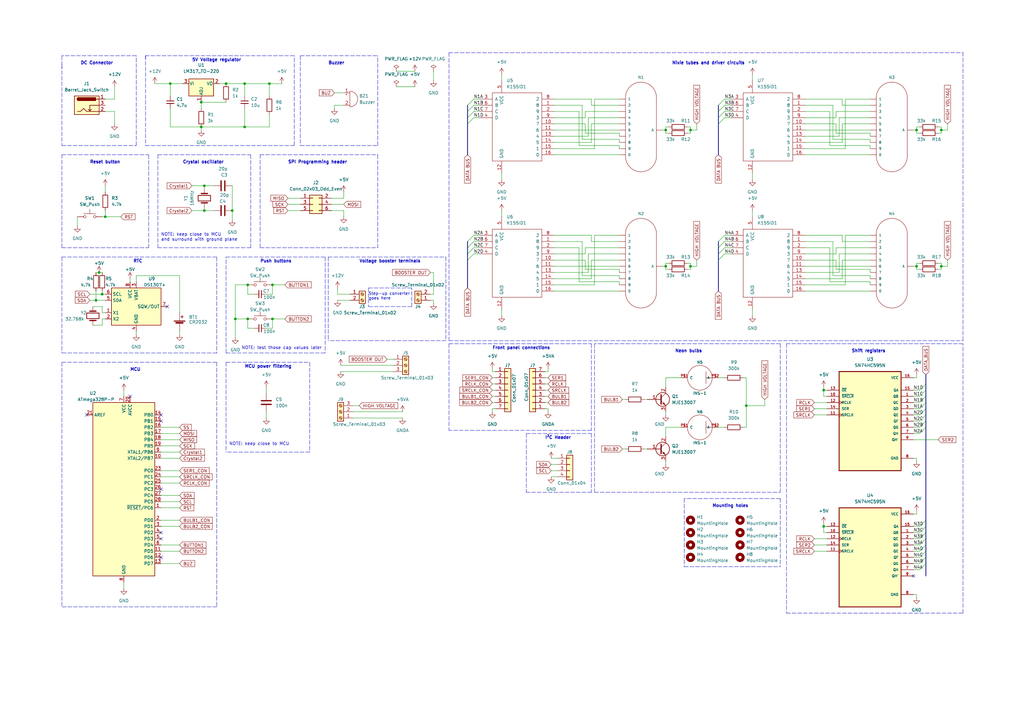
<source format=kicad_sch>
(kicad_sch (version 20211123) (generator eeschema)
  (paper "A3")
  (title_block (title "Nixie Clock") (company "KNE AGH, Kacper Filipek"))
  (junction (at 110.49 34.29))
  (junction (at 375.92 109.22))
  (junction (at 337.82 215.9))
  (junction (at 337.82 160.02))
  (junction (at 82.55 52.07))
  (junction (at 92.71 34.29))
  (junction (at 101.6 130.81))
  (junction (at 69.85 34.29))
  (junction (at 306.07 166.37))
  (junction (at 96.52 130.81))
  (junction (at 82.55 41.91))
  (junction (at 43.18 88.9))
  (junction (at 375.92 53.34))
  (junction (at 101.6 116.84))
  (junction (at 40.64 111.76))
  (junction (at 386.08 53.34))
  (junction (at 39.37 123.19))
  (junction (at 273.05 53.34))
  (junction (at 95.25 86.36))
  (junction (at 100.33 52.07))
  (junction (at 283.21 109.22))
  (junction (at 100.33 34.29))
  (junction (at 83.82 76.2))
  (junction (at 111.76 130.81))
  (junction (at 283.21 53.34))
  (junction (at 386.08 109.22))
  (junction (at 41.91 120.65))
  (junction (at 111.76 116.84))
  (junction (at 83.82 86.36))
  (junction (at 273.05 109.22))
  (no_connect (at 53.34 162.56))
  (no_connect (at 66.04 220.98))
  (no_connect (at 35.56 170.18))
  (no_connect (at 66.04 218.44))
  (no_connect (at 66.04 170.18))
  (no_connect (at 66.04 172.72))
  (no_connect (at 66.04 200.66))
  (no_connect (at 374.65 236.22))
  (no_connect (at 68.58 125.73))
  (no_connect (at 66.04 228.6))
  (bus_entry (at 297.18 101.6) (size -2.54 2.54))
  (bus_entry (at 377.19 233.68) (size 2.54 -2.54))
  (bus_entry (at 377.19 177.8) (size 2.54 -2.54))
  (bus_entry (at 297.18 43.18) (size -2.54 2.54))
  (bus_entry (at 194.31 96.52) (size -2.54 2.54))
  (bus_entry (at 377.19 160.02) (size 2.54 -2.54))
  (bus_entry (at 194.31 99.06) (size -2.54 2.54))
  (bus_entry (at 297.18 45.72) (size -2.54 2.54))
  (bus_entry (at 377.19 223.52) (size 2.54 -2.54))
  (bus_entry (at 377.19 167.64) (size 2.54 -2.54))
  (bus_entry (at 194.31 43.18) (size -2.54 2.54))
  (bus_entry (at 297.18 96.52) (size -2.54 2.54))
  (bus_entry (at 194.31 45.72) (size -2.54 2.54))
  (bus_entry (at 377.19 215.9) (size 2.54 -2.54))
  (bus_entry (at 377.19 175.26) (size 2.54 -2.54))
  (bus_entry (at 297.18 99.06) (size -2.54 2.54))
  (bus_entry (at 377.19 228.6) (size 2.54 -2.54))
  (bus_entry (at 194.31 48.26) (size -2.54 2.54))
  (bus_entry (at 297.18 104.14) (size -2.54 2.54))
  (bus_entry (at 377.19 218.44) (size 2.54 -2.54))
  (bus_entry (at 377.19 170.18) (size 2.54 -2.54))
  (bus_entry (at 377.19 220.98) (size 2.54 -2.54))
  (bus_entry (at 194.31 104.14) (size -2.54 2.54))
  (bus_entry (at 377.19 231.14) (size 2.54 -2.54))
  (bus_entry (at 377.19 172.72) (size 2.54 -2.54))
  (bus_entry (at 297.18 48.26) (size -2.54 2.54))
  (bus_entry (at 377.19 226.06) (size 2.54 -2.54))
  (bus_entry (at 297.18 40.64) (size -2.54 2.54))
  (bus_entry (at 194.31 40.64) (size -2.54 2.54))
  (bus_entry (at 377.19 165.1) (size 2.54 -2.54))
  (bus_entry (at 377.19 162.56) (size 2.54 -2.54))
  (bus_entry (at 194.31 101.6) (size -2.54 2.54))
  (wire (pts (xy 144.78 166.37) (xy 147.32 166.37)))
  (wire (pts (xy 66.04 223.52) (xy 73.66 223.52)))
  (wire (pts (xy 375.92 109.22) (xy 375.92 107.95)))
  (wire (pts (xy 356.87 59.69) (xy 356.87 60.96)))
  (wire (pts (xy 255.27 163.83) (xy 256.54 163.83)))
  (wire (pts (xy 205.74 71.12) (xy 205.74 73.66)))
  (bus (pts (xy 379.73 220.98) (xy 379.73 223.52)))
  (wire (pts (xy 330.2 119.38) (xy 356.87 119.38)))
  (wire (pts (xy 227.33 119.38) (xy 254 119.38)))
  (wire (pts (xy 223.52 157.48) (xy 224.79 157.48)))
  (wire (pts (xy 238.76 43.18) (xy 238.76 57.15)))
  (bus (pts (xy 379.73 226.06) (xy 379.73 228.6)))
  (wire (pts (xy 223.52 167.64) (xy 224.79 167.64)))
  (wire (pts (xy 374.65 170.18) (xy 377.19 170.18)))
  (wire (pts (xy 375.92 54.61) (xy 375.92 53.34)))
  (wire (pts (xy 41.91 120.65) (xy 43.18 120.65)))
  (polyline (pts (xy 184.15 139.7) (xy 394.97 139.7)))
  (wire (pts (xy 55.88 135.89) (xy 55.88 137.16)))
  (wire (pts (xy 374.65 243.84) (xy 375.92 243.84)))
  (wire (pts (xy 66.04 177.8) (xy 73.66 177.8)))
  (wire (pts (xy 111.76 116.84) (xy 116.84 116.84)))
  (wire (pts (xy 374.65 177.8) (xy 377.19 177.8)))
  (wire (pts (xy 66.04 195.58) (xy 73.66 195.58)))
  (wire (pts (xy 223.52 160.02) (xy 224.79 160.02)))
  (wire (pts (xy 96.52 138.43) (xy 96.52 130.81)))
  (wire (pts (xy 337.82 218.44) (xy 337.82 215.9)))
  (wire (pts (xy 313.69 163.83) (xy 313.69 166.37)))
  (wire (pts (xy 63.5 34.29) (xy 69.85 34.29)))
  (wire (pts (xy 227.33 43.18) (xy 238.76 43.18)))
  (wire (pts (xy 237.49 45.72) (xy 237.49 59.69)))
  (polyline (pts (xy 184.15 140.97) (xy 184.15 176.53)))
  (wire (pts (xy 341.63 99.06) (xy 341.63 113.03)))
  (wire (pts (xy 227.33 55.88) (xy 241.3 55.88)))
  (wire (pts (xy 46.99 35.56) (xy 46.99 40.64)))
  (wire (pts (xy 240.03 54.61) (xy 254 54.61)))
  (wire (pts (xy 95.25 76.2) (xy 95.25 86.36)))
  (wire (pts (xy 205.74 30.48) (xy 205.74 33.02)))
  (wire (pts (xy 330.2 55.88) (xy 344.17 55.88)))
  (wire (pts (xy 194.31 48.26) (xy 196.85 48.26)))
  (polyline (pts (xy 92.71 148.59) (xy 127 148.59)))
  (wire (pts (xy 283.21 109.22) (xy 283.21 110.49)))
  (wire (pts (xy 43.18 76.2) (xy 43.18 78.74)))
  (wire (pts (xy 374.65 226.06) (xy 377.19 226.06)))
  (wire (pts (xy 111.76 130.81) (xy 116.84 130.81)))
  (wire (pts (xy 31.75 88.9) (xy 31.75 92.71)))
  (wire (pts (xy 334.01 170.18) (xy 339.09 170.18)))
  (wire (pts (xy 194.31 101.6) (xy 196.85 101.6)))
  (wire (pts (xy 66.04 226.06) (xy 73.66 226.06)))
  (polyline (pts (xy 106.68 101.6) (xy 106.68 63.5)))
  (wire (pts (xy 242.57 58.42) (xy 242.57 50.8)))
  (polyline (pts (xy 102.87 63.5) (xy 102.87 101.6)))
  (bus (pts (xy 379.73 172.72) (xy 379.73 175.26)))
  (polyline (pts (xy 106.68 63.5) (xy 154.94 63.5)))
  (wire (pts (xy 306.07 166.37) (xy 313.69 166.37)))
  (wire (pts (xy 46.99 40.64) (xy 43.18 40.64)))
  (wire (pts (xy 78.74 86.36) (xy 83.82 86.36)))
  (wire (pts (xy 69.85 52.07) (xy 82.55 52.07)))
  (wire (pts (xy 227.33 101.6) (xy 237.49 101.6)))
  (wire (pts (xy 337.82 215.9) (xy 337.82 214.63)))
  (bus (pts (xy 379.73 153.67) (xy 379.73 157.48)))
  (wire (pts (xy 78.74 76.2) (xy 83.82 76.2)))
  (wire (pts (xy 273.05 53.34) (xy 273.05 52.07)))
  (wire (pts (xy 176.53 120.65) (xy 177.8 120.65)))
  (bus (pts (xy 379.73 160.02) (xy 379.73 162.56)))
  (bus (pts (xy 379.73 228.6) (xy 379.73 231.14)))
  (polyline (pts (xy 25.4 105.41) (xy 25.4 144.78)))
  (polyline (pts (xy 127 185.42) (xy 92.71 185.42)))
  (wire (pts (xy 330.2 99.06) (xy 341.63 99.06)))
  (wire (pts (xy 285.75 106.68) (xy 285.75 109.22)))
  (wire (pts (xy 41.91 125.73) (xy 41.91 128.27)))
  (polyline (pts (xy 88.9 248.92) (xy 25.4 248.92)))
  (wire (pts (xy 377.19 54.61) (xy 375.92 54.61)))
  (wire (pts (xy 334.01 165.1) (xy 339.09 165.1)))
  (wire (pts (xy 177.8 29.21) (xy 177.8 33.02)))
  (wire (pts (xy 274.32 107.95) (xy 273.05 107.95)))
  (wire (pts (xy 271.78 53.34) (xy 273.05 53.34)))
  (wire (pts (xy 194.31 99.06) (xy 196.85 99.06)))
  (wire (pts (xy 374.65 187.96) (xy 375.92 187.96)))
  (polyline (pts (xy 280.67 204.47) (xy 280.67 232.41)))
  (polyline (pts (xy 123.19 59.69) (xy 154.94 59.69)))
  (wire (pts (xy 144.78 171.45) (xy 165.1 171.45)))
  (wire (pts (xy 374.65 154.94) (xy 375.92 154.94)))
  (polyline (pts (xy 123.19 22.86) (xy 123.19 59.69)))
  (wire (pts (xy 66.04 205.74) (xy 73.66 205.74)))
  (polyline (pts (xy 394.97 139.7) (xy 394.97 21.59)))
  (wire (pts (xy 243.84 96.52) (xy 254 96.52)))
  (polyline (pts (xy 243.84 201.93) (xy 320.04 201.93)))
  (wire (pts (xy 226.06 187.96) (xy 228.6 187.96)))
  (wire (pts (xy 342.9 104.14) (xy 342.9 101.6)))
  (wire (pts (xy 273.05 154.94) (xy 273.05 158.75)))
  (polyline (pts (xy 242.57 176.53) (xy 184.15 176.53)))
  (wire (pts (xy 345.44 50.8) (xy 356.87 50.8)))
  (wire (pts (xy 375.92 154.94) (xy 375.92 153.67)))
  (wire (pts (xy 297.18 99.06) (xy 299.72 99.06)))
  (wire (pts (xy 330.2 50.8) (xy 342.9 50.8)))
  (wire (pts (xy 330.2 116.84) (xy 346.71 116.84)))
  (polyline (pts (xy 134.62 105.41) (xy 134.62 139.7)))
  (bus (pts (xy 294.64 106.68) (xy 294.64 119.38)))
  (wire (pts (xy 306.07 175.26) (xy 304.8 175.26)))
  (wire (pts (xy 241.3 111.76) (xy 241.3 104.14)))
  (bus (pts (xy 191.77 106.68) (xy 191.77 118.11)))
  (wire (pts (xy 241.3 55.88) (xy 241.3 48.26)))
  (wire (pts (xy 55.88 113.03) (xy 55.88 115.57)))
  (wire (pts (xy 109.22 120.65) (xy 111.76 120.65)))
  (wire (pts (xy 82.55 41.91) (xy 82.55 44.45)))
  (wire (pts (xy 342.9 45.72) (xy 356.87 45.72)))
  (wire (pts (xy 283.21 53.34) (xy 283.21 54.61)))
  (wire (pts (xy 205.74 86.36) (xy 205.74 88.9)))
  (wire (pts (xy 240.03 50.8) (xy 240.03 54.61)))
  (wire (pts (xy 110.49 34.29) (xy 115.57 34.29)))
  (wire (pts (xy 386.08 109.22) (xy 388.62 109.22)))
  (wire (pts (xy 194.31 43.18) (xy 196.85 43.18)))
  (polyline (pts (xy 320.04 204.47) (xy 280.67 204.47)))
  (polyline (pts (xy 133.35 105.41) (xy 133.35 144.78)))
  (polyline (pts (xy 59.69 59.69) (xy 120.65 59.69)))
  (wire (pts (xy 285.75 50.8) (xy 285.75 53.34)))
  (wire (pts (xy 135.89 86.36) (xy 140.97 86.36)))
  (wire (pts (xy 158.75 147.32) (xy 161.29 147.32)))
  (wire (pts (xy 100.33 34.29) (xy 110.49 34.29)))
  (wire (pts (xy 194.31 40.64) (xy 196.85 40.64)))
  (wire (pts (xy 330.2 60.96) (xy 346.71 60.96)))
  (bus (pts (xy 379.73 231.14) (xy 379.73 236.22)))
  (polyline (pts (xy 182.88 139.7) (xy 134.62 139.7)))
  (polyline (pts (xy 25.4 26.67) (xy 25.4 59.69)))
  (wire (pts (xy 375.92 53.34) (xy 375.92 52.07)))
  (wire (pts (xy 224.79 167.64) (xy 224.79 168.91)))
  (wire (pts (xy 201.93 151.13) (xy 201.93 152.4)))
  (wire (pts (xy 227.33 114.3) (xy 242.57 114.3)))
  (wire (pts (xy 279.4 154.94) (xy 273.05 154.94)))
  (wire (pts (xy 137.16 38.1) (xy 140.97 38.1)))
  (wire (pts (xy 340.36 115.57) (xy 356.87 115.57)))
  (wire (pts (xy 297.18 45.72) (xy 299.72 45.72)))
  (wire (pts (xy 254 115.57) (xy 254 116.84)))
  (wire (pts (xy 254 54.61) (xy 254 55.88)))
  (polyline (pts (xy 394.97 251.46) (xy 394.97 140.97)))
  (wire (pts (xy 306.07 154.94) (xy 306.07 166.37)))
  (wire (pts (xy 110.49 46.99) (xy 110.49 52.07)))
  (wire (pts (xy 66.04 175.26) (xy 73.66 175.26)))
  (wire (pts (xy 297.18 101.6) (xy 299.72 101.6)))
  (bus (pts (xy 379.73 223.52) (xy 379.73 226.06)))
  (polyline (pts (xy 320.04 140.97) (xy 243.84 140.97)))
  (wire (pts (xy 388.62 106.68) (xy 388.62 109.22)))
  (wire (pts (xy 100.33 39.37) (xy 100.33 34.29)))
  (wire (pts (xy 386.08 107.95) (xy 386.08 109.22)))
  (wire (pts (xy 374.65 160.02) (xy 377.19 160.02)))
  (wire (pts (xy 73.66 135.89) (xy 73.66 137.16)))
  (wire (pts (xy 241.3 48.26) (xy 254 48.26)))
  (wire (pts (xy 330.2 111.76) (xy 344.17 111.76)))
  (wire (pts (xy 66.04 198.12) (xy 73.66 198.12)))
  (wire (pts (xy 274.32 54.61) (xy 273.05 54.61)))
  (wire (pts (xy 255.27 184.15) (xy 256.54 184.15)))
  (wire (pts (xy 304.8 154.94) (xy 306.07 154.94)))
  (wire (pts (xy 297.18 43.18) (xy 299.72 43.18)))
  (wire (pts (xy 345.44 96.52) (xy 345.44 99.06)))
  (bus (pts (xy 379.73 215.9) (xy 379.73 218.44)))
  (wire (pts (xy 330.2 114.3) (xy 345.44 114.3)))
  (wire (pts (xy 138.43 120.65) (xy 143.51 120.65)))
  (wire (pts (xy 39.37 119.38) (xy 39.37 123.19)))
  (bus (pts (xy 191.77 50.8) (xy 191.77 63.5)))
  (wire (pts (xy 337.82 160.02) (xy 339.09 160.02)))
  (wire (pts (xy 374.65 172.72) (xy 377.19 172.72)))
  (wire (pts (xy 330.2 101.6) (xy 340.36 101.6)))
  (wire (pts (xy 66.04 193.04) (xy 73.66 193.04)))
  (bus (pts (xy 294.64 50.8) (xy 294.64 63.5)))
  (wire (pts (xy 279.4 175.26) (xy 273.05 175.26)))
  (wire (pts (xy 384.81 54.61) (xy 386.08 54.61)))
  (wire (pts (xy 242.57 96.52) (xy 242.57 99.06)))
  (polyline (pts (xy 215.9 177.8) (xy 215.9 201.93)))
  (wire (pts (xy 101.6 120.65) (xy 101.6 116.84)))
  (wire (pts (xy 100.33 44.45) (xy 100.33 52.07)))
  (wire (pts (xy 162.56 35.56) (xy 170.18 35.56)))
  (wire (pts (xy 242.57 43.18) (xy 254 43.18)))
  (wire (pts (xy 345.44 99.06) (xy 356.87 99.06)))
  (wire (pts (xy 69.85 34.29) (xy 74.93 34.29)))
  (wire (pts (xy 201.93 157.48) (xy 203.2 157.48)))
  (wire (pts (xy 374.65 220.98) (xy 377.19 220.98)))
  (wire (pts (xy 345.44 58.42) (xy 345.44 50.8)))
  (polyline (pts (xy 320.04 140.97) (xy 320.04 201.93)))
  (bus (pts (xy 191.77 99.06) (xy 191.77 101.6)))
  (bus (pts (xy 379.73 170.18) (xy 379.73 172.72)))
  (wire (pts (xy 237.49 115.57) (xy 254 115.57)))
  (wire (pts (xy 330.2 104.14) (xy 342.9 104.14)))
  (wire (pts (xy 346.71 40.64) (xy 356.87 40.64)))
  (wire (pts (xy 38.1 125.73) (xy 41.91 125.73)))
  (polyline (pts (xy 151.13 125.73) (xy 168.91 125.73)))
  (wire (pts (xy 227.33 53.34) (xy 254 53.34)))
  (polyline (pts (xy 25.4 101.6) (xy 25.4 63.5)))
  (wire (pts (xy 238.76 57.15) (xy 254 57.15)))
  (wire (pts (xy 96.52 130.81) (xy 101.6 130.81)))
  (polyline (pts (xy 184.15 21.59) (xy 184.15 139.7)))
  (wire (pts (xy 66.04 180.34) (xy 73.66 180.34)))
  (bus (pts (xy 379.73 213.36) (xy 379.73 215.9)))
  (bus (pts (xy 379.73 167.64) (xy 379.73 170.18)))
  (wire (pts (xy 308.61 86.36) (xy 308.61 88.9)))
  (wire (pts (xy 237.49 101.6) (xy 237.49 115.57)))
  (polyline (pts (xy 59.69 22.86) (xy 59.69 59.69)))
  (wire (pts (xy 194.31 45.72) (xy 196.85 45.72)))
  (wire (pts (xy 297.18 96.52) (xy 299.72 96.52)))
  (wire (pts (xy 139.7 152.4) (xy 161.29 152.4)))
  (wire (pts (xy 223.52 152.4) (xy 224.79 152.4)))
  (wire (pts (xy 43.18 86.36) (xy 43.18 88.9)))
  (bus (pts (xy 294.64 43.18) (xy 294.64 45.72)))
  (wire (pts (xy 66.04 185.42) (xy 73.66 185.42)))
  (wire (pts (xy 374.65 215.9) (xy 377.19 215.9)))
  (wire (pts (xy 340.36 45.72) (xy 340.36 59.69)))
  (wire (pts (xy 273.05 107.95) (xy 273.05 109.22)))
  (wire (pts (xy 386.08 109.22) (xy 386.08 110.49)))
  (polyline (pts (xy 92.71 144.78) (xy 133.35 144.78)))
  (wire (pts (xy 224.79 152.4) (xy 224.79 151.13)))
  (wire (pts (xy 308.61 127) (xy 308.61 129.54)))
  (polyline (pts (xy 92.71 144.78) (xy 92.71 105.41)))
  (wire (pts (xy 177.8 123.19) (xy 177.8 124.46)))
  (wire (pts (xy 334.01 223.52) (xy 339.09 223.52)))
  (wire (pts (xy 294.64 154.94) (xy 297.18 154.94)))
  (wire (pts (xy 374.65 210.82) (xy 375.92 210.82)))
  (wire (pts (xy 104.14 134.62) (xy 101.6 134.62)))
  (wire (pts (xy 377.19 110.49) (xy 375.92 110.49)))
  (wire (pts (xy 118.11 83.82) (xy 123.19 83.82)))
  (wire (pts (xy 111.76 134.62) (xy 111.76 130.81)))
  (wire (pts (xy 243.84 116.84) (xy 243.84 96.52)))
  (wire (pts (xy 340.36 59.69) (xy 356.87 59.69)))
  (wire (pts (xy 66.04 187.96) (xy 73.66 187.96)))
  (polyline (pts (xy 102.87 101.6) (xy 64.77 101.6)))
  (wire (pts (xy 201.93 152.4) (xy 203.2 152.4)))
  (wire (pts (xy 223.52 165.1) (xy 224.79 165.1)))
  (bus (pts (xy 294.64 48.26) (xy 294.64 50.8)))
  (wire (pts (xy 227.33 116.84) (xy 243.84 116.84)))
  (wire (pts (xy 227.33 96.52) (xy 242.57 96.52)))
  (wire (pts (xy 334.01 226.06) (xy 339.09 226.06)))
  (wire (pts (xy 90.17 34.29) (xy 92.71 34.29)))
  (wire (pts (xy 238.76 113.03) (xy 254 113.03)))
  (wire (pts (xy 264.16 184.15) (xy 265.43 184.15)))
  (wire (pts (xy 254 57.15) (xy 254 58.42)))
  (wire (pts (xy 283.21 110.49) (xy 281.94 110.49)))
  (wire (pts (xy 356.87 115.57) (xy 356.87 116.84)))
  (polyline (pts (xy 25.4 59.69) (xy 55.88 59.69)))
  (wire (pts (xy 41.91 133.35) (xy 41.91 130.81)))
  (wire (pts (xy 273.05 54.61) (xy 273.05 53.34)))
  (wire (pts (xy 375.92 243.84) (xy 375.92 245.11)))
  (wire (pts (xy 238.76 99.06) (xy 238.76 113.03)))
  (polyline (pts (xy 25.4 105.41) (xy 88.9 105.41)))
  (polyline (pts (xy 25.4 22.86) (xy 25.4 27.94)))
  (wire (pts (xy 82.55 52.07) (xy 82.55 53.34)))
  (bus (pts (xy 379.73 218.44) (xy 379.73 220.98)))
  (polyline (pts (xy 25.4 101.6) (xy 60.96 101.6)))
  (wire (pts (xy 50.8 238.76) (xy 50.8 241.3)))
  (wire (pts (xy 227.33 63.5) (xy 254 63.5)))
  (wire (pts (xy 36.83 120.65) (xy 41.91 120.65)))
  (wire (pts (xy 36.83 123.19) (xy 39.37 123.19)))
  (wire (pts (xy 281.94 107.95) (xy 283.21 107.95)))
  (wire (pts (xy 104.14 120.65) (xy 101.6 120.65)))
  (wire (pts (xy 337.82 162.56) (xy 337.82 160.02)))
  (wire (pts (xy 254 113.03) (xy 254 114.3)))
  (wire (pts (xy 201.93 162.56) (xy 203.2 162.56)))
  (wire (pts (xy 240.03 106.68) (xy 240.03 110.49)))
  (polyline (pts (xy 280.67 232.41) (xy 320.04 232.41)))
  (wire (pts (xy 237.49 59.69) (xy 254 59.69)))
  (wire (pts (xy 162.56 29.21) (xy 170.18 29.21)))
  (wire (pts (xy 283.21 107.95) (xy 283.21 109.22)))
  (wire (pts (xy 342.9 110.49) (xy 356.87 110.49)))
  (wire (pts (xy 46.99 45.72) (xy 46.99 50.8)))
  (polyline (pts (xy 88.9 105.41) (xy 88.9 144.78)))
  (wire (pts (xy 83.82 76.2) (xy 83.82 77.47)))
  (bus (pts (xy 191.77 45.72) (xy 191.77 48.26)))
  (wire (pts (xy 240.03 45.72) (xy 254 45.72)))
  (wire (pts (xy 138.43 123.19) (xy 143.51 123.19)))
  (wire (pts (xy 227.33 40.64) (xy 242.57 40.64)))
  (wire (pts (xy 226.06 195.58) (xy 228.6 195.58)))
  (polyline (pts (xy 168.91 125.73) (xy 168.91 118.11)))
  (polyline (pts (xy 127 148.59) (xy 127 185.42)))
  (bus (pts (xy 191.77 48.26) (xy 191.77 50.8)))
  (wire (pts (xy 330.2 43.18) (xy 341.63 43.18)))
  (wire (pts (xy 374.65 231.14) (xy 377.19 231.14)))
  (wire (pts (xy 69.85 39.37) (xy 69.85 34.29)))
  (wire (pts (xy 135.89 81.28) (xy 140.97 81.28)))
  (wire (pts (xy 345.44 40.64) (xy 345.44 43.18)))
  (wire (pts (xy 227.33 109.22) (xy 254 109.22)))
  (bus (pts (xy 294.64 45.72) (xy 294.64 48.26)))
  (wire (pts (xy 375.92 187.96) (xy 375.92 189.23)))
  (wire (pts (xy 66.04 208.28) (xy 73.66 208.28)))
  (wire (pts (xy 118.11 86.36) (xy 123.19 86.36)))
  (wire (pts (xy 375.92 52.07) (xy 377.19 52.07)))
  (wire (pts (xy 227.33 48.26) (xy 240.03 48.26)))
  (wire (pts (xy 356.87 54.61) (xy 356.87 55.88)))
  (wire (pts (xy 227.33 58.42) (xy 242.57 58.42)))
  (wire (pts (xy 330.2 63.5) (xy 356.87 63.5)))
  (polyline (pts (xy 64.77 63.5) (xy 64.77 101.6)))
  (polyline (pts (xy 184.15 21.59) (xy 394.97 21.59)))
  (wire (pts (xy 110.49 34.29) (xy 110.49 39.37)))
  (wire (pts (xy 342.9 54.61) (xy 356.87 54.61)))
  (wire (pts (xy 110.49 52.07) (xy 100.33 52.07)))
  (wire (pts (xy 374.65 218.44) (xy 377.19 218.44)))
  (polyline (pts (xy 354.33 251.46) (xy 394.97 251.46)))
  (wire (pts (xy 374.65 167.64) (xy 377.19 167.64)))
  (wire (pts (xy 386.08 52.07) (xy 384.81 52.07)))
  (wire (pts (xy 294.64 175.26) (xy 297.18 175.26)))
  (polyline (pts (xy 322.58 140.97) (xy 322.58 251.46)))
  (wire (pts (xy 330.2 40.64) (xy 345.44 40.64)))
  (wire (pts (xy 285.75 53.34) (xy 283.21 53.34)))
  (wire (pts (xy 140.97 81.28) (xy 140.97 78.74)))
  (wire (pts (xy 340.36 101.6) (xy 340.36 115.57)))
  (wire (pts (xy 330.2 53.34) (xy 356.87 53.34)))
  (bus (pts (xy 294.64 101.6) (xy 294.64 104.14)))
  (wire (pts (xy 334.01 220.98) (xy 339.09 220.98)))
  (wire (pts (xy 273.05 168.91) (xy 273.05 170.18)))
  (wire (pts (xy 375.92 110.49) (xy 375.92 109.22)))
  (wire (pts (xy 271.78 109.22) (xy 273.05 109.22)))
  (wire (pts (xy 345.44 43.18) (xy 356.87 43.18)))
  (wire (pts (xy 194.31 96.52) (xy 196.85 96.52)))
  (wire (pts (xy 227.33 99.06) (xy 238.76 99.06)))
  (wire (pts (xy 140.97 86.36) (xy 140.97 88.9)))
  (wire (pts (xy 205.74 127) (xy 205.74 129.54)))
  (wire (pts (xy 194.31 104.14) (xy 196.85 104.14)))
  (wire (pts (xy 273.05 175.26) (xy 273.05 179.07)))
  (wire (pts (xy 227.33 50.8) (xy 240.03 50.8)))
  (polyline (pts (xy 134.62 105.41) (xy 182.88 105.41)))
  (wire (pts (xy 283.21 109.22) (xy 285.75 109.22)))
  (wire (pts (xy 330.2 45.72) (xy 340.36 45.72)))
  (wire (pts (xy 243.84 60.96) (xy 243.84 40.64)))
  (wire (pts (xy 41.91 88.9) (xy 43.18 88.9)))
  (bus (pts (xy 191.77 101.6) (xy 191.77 104.14)))
  (wire (pts (xy 138.43 118.11) (xy 138.43 120.65)))
  (polyline (pts (xy 242.57 177.8) (xy 242.57 201.93)))
  (wire (pts (xy 374.65 165.1) (xy 377.19 165.1)))
  (wire (pts (xy 330.2 106.68) (xy 342.9 106.68)))
  (polyline (pts (xy 184.15 140.97) (xy 242.57 140.97)))
  (wire (pts (xy 334.01 167.64) (xy 339.09 167.64)))
  (wire (pts (xy 374.65 109.22) (xy 375.92 109.22)))
  (wire (pts (xy 177.8 120.65) (xy 177.8 111.76)))
  (wire (pts (xy 242.57 40.64) (xy 242.57 43.18)))
  (wire (pts (xy 339.09 218.44) (xy 337.82 218.44)))
  (wire (pts (xy 66.04 213.36) (xy 73.66 213.36)))
  (wire (pts (xy 386.08 53.34) (xy 388.62 53.34)))
  (wire (pts (xy 201.93 168.91) (xy 201.93 167.64)))
  (wire (pts (xy 227.33 45.72) (xy 237.49 45.72)))
  (wire (pts (xy 140.97 43.18) (xy 137.16 43.18)))
  (polyline (pts (xy 25.4 148.59) (xy 88.9 148.59)))
  (wire (pts (xy 43.18 88.9) (xy 49.53 88.9)))
  (wire (pts (xy 41.91 119.38) (xy 41.91 120.65)))
  (wire (pts (xy 388.62 50.8) (xy 388.62 53.34)))
  (polyline (pts (xy 25.4 148.59) (xy 25.4 248.92)))
  (polyline (pts (xy 123.19 22.86) (xy 154.94 22.86)))
  (wire (pts (xy 342.9 50.8) (xy 342.9 54.61)))
  (polyline (pts (xy 242.57 140.97) (xy 242.57 176.53)))
  (wire (pts (xy 109.22 134.62) (xy 111.76 134.62)))
  (wire (pts (xy 283.21 54.61) (xy 281.94 54.61)))
  (wire (pts (xy 100.33 52.07) (xy 82.55 52.07)))
  (bus (pts (xy 191.77 43.18) (xy 191.77 45.72)))
  (polyline (pts (xy 120.65 22.86) (xy 59.69 22.86)))
  (polyline (pts (xy 320.04 204.47) (xy 320.04 232.41)))
  (polyline (pts (xy 151.13 118.11) (xy 151.13 125.73)))
  (wire (pts (xy 384.81 110.49) (xy 386.08 110.49)))
  (wire (pts (xy 344.17 55.88) (xy 344.17 48.26)))
  (wire (pts (xy 330.2 48.26) (xy 342.9 48.26)))
  (wire (pts (xy 176.53 111.76) (xy 177.8 111.76)))
  (wire (pts (xy 38.1 133.35) (xy 41.91 133.35)))
  (wire (pts (xy 109.22 168.91) (xy 109.22 171.45)))
  (bus (pts (xy 379.73 157.48) (xy 379.73 160.02)))
  (wire (pts (xy 242.57 99.06) (xy 254 99.06)))
  (wire (pts (xy 346.71 96.52) (xy 356.87 96.52)))
  (wire (pts (xy 240.03 101.6) (xy 254 101.6)))
  (polyline (pts (xy 243.84 140.97) (xy 243.84 201.93)))
  (polyline (pts (xy 25.4 63.5) (xy 60.96 63.5)))
  (wire (pts (xy 87.63 76.2) (xy 83.82 76.2)))
  (wire (pts (xy 201.93 167.64) (xy 203.2 167.64)))
  (wire (pts (xy 297.18 104.14) (xy 299.72 104.14)))
  (polyline (pts (xy 92.71 105.41) (xy 133.35 105.41)))
  (wire (pts (xy 375.92 210.82) (xy 375.92 209.55)))
  (wire (pts (xy 227.33 60.96) (xy 243.84 60.96)))
  (wire (pts (xy 223.52 162.56) (xy 224.79 162.56)))
  (wire (pts (xy 308.61 71.12) (xy 308.61 73.66)))
  (wire (pts (xy 264.16 163.83) (xy 265.43 163.83)))
  (wire (pts (xy 281.94 52.07) (xy 283.21 52.07)))
  (wire (pts (xy 273.05 109.22) (xy 273.05 110.49)))
  (wire (pts (xy 356.87 57.15) (xy 356.87 58.42)))
  (bus (pts (xy 379.73 162.56) (xy 379.73 165.1)))
  (wire (pts (xy 337.82 160.02) (xy 337.82 158.75)))
  (wire (pts (xy 374.65 175.26) (xy 377.19 175.26)))
  (wire (pts (xy 344.17 48.26) (xy 356.87 48.26)))
  (wire (pts (xy 41.91 128.27) (xy 43.18 128.27)))
  (polyline (pts (xy 120.65 59.69) (xy 120.65 22.86)))
  (wire (pts (xy 39.37 123.19) (xy 43.18 123.19)))
  (bus (pts (xy 294.64 104.14) (xy 294.64 106.68)))
  (wire (pts (xy 96.52 116.84) (xy 101.6 116.84)))
  (wire (pts (xy 341.63 113.03) (xy 356.87 113.03)))
  (wire (pts (xy 139.7 149.86) (xy 161.29 149.86)))
  (wire (pts (xy 242.57 106.68) (xy 254 106.68)))
  (polyline (pts (xy 88.9 148.59) (xy 88.9 248.92)))
  (wire (pts (xy 226.06 190.5) (xy 228.6 190.5)))
  (wire (pts (xy 240.03 110.49) (xy 254 110.49)))
  (wire (pts (xy 201.93 154.94) (xy 203.2 154.94)))
  (wire (pts (xy 240.03 48.26) (xy 240.03 45.72)))
  (wire (pts (xy 100.33 34.29) (xy 92.71 34.29)))
  (wire (pts (xy 144.78 168.91) (xy 165.1 168.91)))
  (wire (pts (xy 243.84 40.64) (xy 254 40.64)))
  (wire (pts (xy 69.85 44.45) (xy 69.85 52.07)))
  (wire (pts (xy 342.9 48.26) (xy 342.9 45.72)))
  (wire (pts (xy 135.89 83.82) (xy 140.97 83.82)))
  (wire (pts (xy 308.61 30.48) (xy 308.61 33.02)))
  (wire (pts (xy 66.04 215.9) (xy 73.66 215.9)))
  (polyline (pts (xy 59.69 22.86) (xy 59.69 24.13)))
  (wire (pts (xy 345.44 114.3) (xy 345.44 106.68)))
  (polyline (pts (xy 106.68 101.6) (xy 154.94 101.6)))
  (wire (pts (xy 83.82 86.36) (xy 87.63 86.36)))
  (wire (pts (xy 384.81 107.95) (xy 386.08 107.95)))
  (wire (pts (xy 306.07 166.37) (xy 306.07 175.26)))
  (wire (pts (xy 227.33 104.14) (xy 240.03 104.14)))
  (wire (pts (xy 273.05 52.07) (xy 274.32 52.07)))
  (wire (pts (xy 356.87 110.49) (xy 356.87 111.76)))
  (wire (pts (xy 39.37 111.76) (xy 40.64 111.76)))
  (wire (pts (xy 374.65 180.34) (xy 384.81 180.34)))
  (bus (pts (xy 191.77 104.14) (xy 191.77 106.68)))
  (polyline (pts (xy 55.88 59.69) (xy 55.88 22.86)))
  (wire (pts (xy 374.65 53.34) (xy 375.92 53.34)))
  (wire (pts (xy 226.06 193.04) (xy 228.6 193.04)))
  (wire (pts (xy 227.33 111.76) (xy 241.3 111.76)))
  (polyline (pts (xy 394.97 140.97) (xy 322.58 140.97)))
  (wire (pts (xy 342.9 101.6) (xy 356.87 101.6)))
  (wire (pts (xy 344.17 111.76) (xy 344.17 104.14)))
  (wire (pts (xy 330.2 109.22) (xy 356.87 109.22)))
  (wire (pts (xy 386.08 54.61) (xy 386.08 53.34)))
  (wire (pts (xy 273.05 189.23) (xy 273.05 190.5)))
  (wire (pts (xy 66.04 203.2) (xy 73.66 203.2)))
  (wire (pts (xy 240.03 104.14) (xy 240.03 101.6)))
  (polyline (pts (xy 55.88 22.86) (xy 25.4 22.86)))
  (wire (pts (xy 374.65 233.68) (xy 377.19 233.68)))
  (wire (pts (xy 374.65 162.56) (xy 377.19 162.56)))
  (wire (pts (xy 374.65 228.6) (xy 377.19 228.6)))
  (wire (pts (xy 337.82 215.9) (xy 339.09 215.9)))
  (wire (pts (xy 241.3 104.14) (xy 254 104.14)))
  (wire (pts (xy 83.82 86.36) (xy 83.82 85.09)))
  (polyline (pts (xy 88.9 144.78) (xy 25.4 144.78)))
  (polyline (pts (xy 154.94 59.69) (xy 154.94 22.86)))
  (wire (pts (xy 227.33 106.68) (xy 240.03 106.68)))
  (wire (pts (xy 356.87 113.03) (xy 356.87 114.3)))
  (wire (pts (xy 73.66 113.03) (xy 55.88 113.03)))
  (wire (pts (xy 273.05 110.49) (xy 274.32 110.49)))
  (polyline (pts (xy 154.94 63.5) (xy 154.94 101.6)))
  (wire (pts (xy 374.65 223.52) (xy 377.19 223.52)))
  (wire (pts (xy 96.52 130.81) (xy 96.52 116.84)))
  (wire (pts (xy 223.52 154.94) (xy 224.79 154.94)))
  (wire (pts (xy 201.93 165.1) (xy 203.2 165.1)))
  (polyline (pts (xy 215.9 177.8) (xy 242.57 177.8)))
  (wire (pts (xy 242.57 50.8) (xy 254 50.8)))
  (wire (pts (xy 346.71 116.84) (xy 346.71 96.52)))
  (polyline (pts (xy 322.58 251.46) (xy 354.33 251.46)))
  (wire (pts (xy 101.6 134.62) (xy 101.6 130.81)))
  (bus (pts (xy 379.73 175.26) (xy 379.73 213.36)))
  (polyline (pts (xy 151.13 118.11) (xy 168.91 118.11)))
  (polyline (pts (xy 60.96 63.5) (xy 60.96 101.6)))
  (wire (pts (xy 66.04 231.14) (xy 73.66 231.14)))
  (wire (pts (xy 341.63 57.15) (xy 356.87 57.15)))
  (polyline (pts (xy 182.88 105.41) (xy 182.88 139.7)))
  (wire (pts (xy 344.17 104.14) (xy 356.87 104.14)))
  (wire (pts (xy 176.53 123.19) (xy 177.8 123.19)))
  (wire (pts (xy 40.64 111.76) (xy 41.91 111.76)))
  (wire (pts (xy 43.18 45.72) (xy 46.99 45.72)))
  (wire (pts (xy 118.11 81.28) (xy 123.19 81.28)))
  (wire (pts (xy 339.09 162.56) (xy 337.82 162.56)))
  (polyline (pts (xy 92.71 148.59) (xy 92.71 185.42)))
  (wire (pts (xy 297.18 40.64) (xy 299.72 40.64)))
  (wire (pts (xy 53.34 114.3) (xy 53.34 115.57)))
  (wire (pts (xy 66.04 182.88) (xy 73.66 182.88)))
  (wire (pts (xy 111.76 120.65) (xy 111.76 116.84)))
  (wire (pts (xy 386.08 53.34) (xy 386.08 52.07)))
  (bus (pts (xy 379.73 165.1) (xy 379.73 167.64)))
  (wire (pts (xy 73.66 128.27) (xy 73.66 113.03)))
  (polyline (pts (xy 64.77 63.5) (xy 102.87 63.5)))
  (wire (pts (xy 330.2 96.52) (xy 345.44 96.52)))
  (bus (pts (xy 294.64 99.06) (xy 294.64 101.6)))
  (wire (pts (xy 254 110.49) (xy 254 111.76)))
  (wire (pts (xy 283.21 52.07) (xy 283.21 53.34)))
  (wire (pts (xy 342.9 106.68) (xy 342.9 110.49)))
  (wire (pts (xy 41.91 130.81) (xy 43.18 130.81)))
  (wire (pts (xy 346.71 60.96) (xy 346.71 40.64)))
  (wire (pts (xy 341.63 43.18) (xy 341.63 57.15)))
  (wire (pts (xy 345.44 106.68) (xy 356.87 106.68)))
  (wire (pts (xy 95.25 86.36) (xy 95.25 90.17)))
  (polyline (pts (xy 242.57 201.93) (xy 215.9 201.93)))
  (wire (pts (xy 297.18 48.26) (xy 299.72 48.26)))
  (wire (pts (xy 137.16 43.18) (xy 137.16 44.45)))
  (wire (pts (xy 375.92 107.95) (xy 377.19 107.95)))
  (wire (pts (xy 201.93 160.02) (xy 203.2 160.02)))
  (wire (pts (xy 82.55 41.91) (xy 92.71 41.91)))
  (wire (pts (xy 242.57 114.3) (xy 242.57 106.68)))
  (wire (pts (xy 50.8 160.02) (xy 50.8 162.56)))
  (wire (pts (xy 254 59.69) (xy 254 60.96)))
  (wire (pts (xy 330.2 58.42) (xy 345.44 58.42)))
  (wire (pts (xy 109.22 158.75) (xy 109.22 161.29)))
  (text "Step-up converter \ngoes here" (at 151.13 123.19 0) (effects (font (size 1.2 1.2)) (justify left bottom)))
  (text "DC Connector" (at 33.02 26.67 0) (effects (font (size 1.27 1.27) (thickness 0.254) bold) (justify left bottom)))
  (text "Nixie tubes and driver circuits" (at 275.59 26.67 0) (effects (font (size 1.27 1.27) bold) (justify left bottom)))
  (text "I²C Header" (at 223.52 180.34 0) (effects (font (size 1.27 1.27) (thickness 0.254) bold) (justify left bottom)))
  (text "SPI Programming header" (at 118.11 67.31 0) (effects (font (size 1.27 1.27) (thickness 0.254) bold) (justify left bottom)))
  (text "MCU power filtering" (at 100.33 151.13 0) (effects (font (size 1.27 1.27) (thickness 0.254) bold) (justify left bottom)))
  (text "NOTE: keep close to MCU" (at 93.98 182.88 0) (effects (font (size 1.27 1.27)) (justify left bottom)))
  (text "Crystal oscillator" (at 74.93 67.31 0) (effects (font (size 1.27 1.27) bold) (justify left bottom)))
  (text "MCU" (at 53.34 152.4 0) (effects (font (size 1.27 1.27) bold) (justify left bottom)))
  (text "NOTE: test those cap values later" (at 99.06 143.51 0) (effects (font (size 1.27 1.27)) (justify left bottom)))
  (text "5V Voltage regulator" (at 78.74 25.4 0) (effects (font (size 1.27 1.27) (thickness 0.254) bold) (justify left bottom)))
  (text "Buzzer" (at 134.62 26.67 0) (effects (font (size 1.27 1.27) (thickness 0.254) bold) (justify left bottom)))
  (text "Front panel connections" (at 201.93 143.51 0) (effects (font (size 1.27 1.27) bold) (justify left bottom)))
  (text "RTC" (at 54.61 107.95 0) (effects (font (size 1.27 1.27) (thickness 0.254) bold) (justify left bottom)))
  (text "Push buttons" (at 106.68 107.95 0) (effects (font (size 1.27 1.27) (thickness 0.254) bold) (justify left bottom)))
  (text "Voltage booster terminals" (at 147.32 107.95 0) (effects (font (size 1.27 1.27) (thickness 0.254) bold) (justify left bottom)))
  (text "NOTE: keep close to MCU\nand surround with ground plane" (at 66.04 99.06 0) (effects (font (size 1.27 1.27)) (justify left bottom)))
  (text "Neon bulbs" (at 276.86 144.78 0) (effects (font (size 1.27 1.27) (thickness 0.254) bold) (justify left bottom)))
  (text "Shift registers" (at 349.25 144.78 0) (effects (font (size 1.27 1.27) bold) (justify left bottom)))
  (text "Reset button" (at 36.83 67.31 0) (effects (font (size 1.27 1.27) bold) (justify left bottom)))
  (text "Mounting holes" (at 292.1 208.28 0) (effects (font (size 1.27 1.27) (thickness 0.254) bold) (justify left bottom)))
  (label "N3B" (at 374.65 220.98 0))
  (label "N4D" (at 374.65 226.06 0))
  (label "N2A" (at 194.31 96.52 0))
  (label "N1C" (at 194.31 45.72 0))
  (label "N2D" (at 194.31 104.14 0))
  (label "N1A" (at 194.31 40.64 0))
  (label "N4B" (at 374.65 231.14 0))
  (label "N4A" (at 297.18 96.52 0))
  (label "N3A" (at 297.18 40.64 0))
  (label "N1C" (at 374.65 162.56 0))
  (label "N4B" (at 297.18 99.06 0))
  (label "N3D" (at 374.65 215.9 0))
  (label "N3B" (at 297.18 43.18 0))
  (label "N1B" (at 374.65 165.1 0))
  (label "N2B" (at 194.31 99.06 0))
  (label "N1D" (at 194.31 48.26 0))
  (label "N2A" (at 374.65 177.8 0))
  (label "N4C" (at 374.65 228.6 0))
  (label "N2D" (at 374.65 170.18 0))
  (label "N4D" (at 297.18 104.14 0))
  (label "N4C" (at 297.18 101.6 0))
  (label "N1B" (at 194.31 43.18 0))
  (label "N3C" (at 374.65 218.44 0))
  (label "N2B" (at 374.65 175.26 0))
  (label "N1D" (at 374.65 160.02 0))
  (label "N3A" (at 374.65 223.52 0))
  (label "N4A" (at 374.65 233.68 0))
  (label "N2C" (at 194.31 101.6 0))
  (label "N1A" (at 374.65 167.64 0))
  (label "N3C" (at 297.18 45.72 0))
  (label "N3D" (at 297.18 48.26 0))
  (label "N2C" (at 374.65 172.72 0))
  (global_label "BUTTON1" (shape input) (at 73.66 223.52 0) (property "Odnośniki między arkuszami" "${INTERSHEET_REFS}" (effects hide)))
  (global_label "SCL" (shape input) (at 36.83 120.65 180) (property "Odnośniki między arkuszami" "${INTERSHEET_REFS}" (effects hide)))
  (global_label "BULB1" (shape input) (at 255.27 163.83 180) (property "Odnośniki między arkuszami" "${INTERSHEET_REFS}" (effects hide)))
  (global_label "SER1_CON" (shape input) (at 201.93 154.94 180) (property "Intersheet References" "${INTERSHEET_REFS}" (effects hide)))
  (global_label "SRCLK" (shape input) (at 334.01 226.06 180) (property "Odnośniki między arkuszami" "${INTERSHEET_REFS}" (effects hide)))
  (global_label "SCK" (shape input) (at 73.66 182.88 0) (property "Odnośniki między arkuszami" "${INTERSHEET_REFS}" (effects hide)))
  (global_label "BULB2_CON" (shape input) (at 73.66 215.9 0) (property "Odnośniki między arkuszami" "${INTERSHEET_REFS}" (effects hide)))
  (global_label "MISO" (shape input) (at 118.11 81.28 180) (property "Odnośniki między arkuszami" "${INTERSHEET_REFS}" (effects hide)))
  (global_label "HIGH VOLTAGE" (shape input) (at 285.75 50.8 90) (property "Odnośniki między arkuszami" "${INTERSHEET_REFS}" (effects hide)))
  (global_label "SER1_CON" (shape input) (at 73.66 193.04 0) (property "Odnośniki między arkuszami" "${INTERSHEET_REFS}" (effects hide)))
  (global_label "Crystal1" (shape input) (at 73.66 185.42 0) (property "Odnośniki między arkuszami" "${INTERSHEET_REFS}" (effects hide)))
  (global_label "Crystal2" (shape input) (at 73.66 187.96 0) (property "Odnośniki między arkuszami" "${INTERSHEET_REFS}" (effects hide)))
  (global_label "SRCLK_CON" (shape input) (at 73.66 195.58 0) (property "Odnośniki między arkuszami" "${INTERSHEET_REFS}" (effects hide)))
  (global_label "BULB2" (shape input) (at 224.79 165.1 0) (property "Odnośniki między arkuszami" "${INTERSHEET_REFS}" (effects hide)))
  (global_label "HIGH VOLTAGE" (shape input) (at 388.62 50.8 90) (property "Odnośniki między arkuszami" "${INTERSHEET_REFS}" (effects hide)))
  (global_label "SS" (shape input) (at 73.66 175.26 0) (property "Odnośniki między arkuszami" "${INTERSHEET_REFS}" (effects hide)))
  (global_label "MISO" (shape input) (at 73.66 180.34 0) (property "Odnośniki między arkuszami" "${INTERSHEET_REFS}" (effects hide)))
  (global_label "DATA BUS" (shape input) (at 294.64 63.5 270) (property "Odnośniki między arkuszami" "${INTERSHEET_REFS}" (effects hide)))
  (global_label "HIGH VOLTAGE" (shape input) (at 388.62 106.68 90) (property "Odnośniki między arkuszami" "${INTERSHEET_REFS}" (effects hide)))
  (global_label "HIGH VOLTAGE" (shape input) (at 147.32 166.37 0) (property "Odnośniki między arkuszami" "${INTERSHEET_REFS}" (effects hide)))
  (global_label "Crystal1" (shape input) (at 78.74 76.2 180) (property "Odnośniki między arkuszami" "${INTERSHEET_REFS}" (effects hide)))
  (global_label "BUZ" (shape input) (at 73.66 231.14 0) (property "Odnośniki między arkuszami" "${INTERSHEET_REFS}" (effects hide)))
  (global_label "BUZ" (shape input) (at 137.16 38.1 180) (property "Odnośniki między arkuszami" "${INTERSHEET_REFS}" (effects hide)))
  (global_label "BULB1" (shape input) (at 224.79 162.56 0) (property "Odnośniki między arkuszami" "${INTERSHEET_REFS}" (effects hide)))
  (global_label "DATA_BUS" (shape input) (at 379.73 153.67 90) (property "Odnośniki między arkuszami" "${INTERSHEET_REFS}" (effects hide)))
  (global_label "DATA BUS" (shape input) (at 191.77 118.11 270) (property "Odnośniki między arkuszami" "${INTERSHEET_REFS}" (effects hide)))
  (global_label "SER2" (shape input) (at 384.81 180.34 0) (property "Odnośniki między arkuszami" "${INTERSHEET_REFS}" (effects hide)))
  (global_label "RCLK" (shape input) (at 334.01 165.1 180) (property "Odnośniki między arkuszami" "${INTERSHEET_REFS}" (effects hide)))
  (global_label "BULB1_CON" (shape input) (at 73.66 213.36 0) (property "Odnośniki między arkuszami" "${INTERSHEET_REFS}" (effects hide)))
  (global_label "BUTTON2" (shape input) (at 116.84 130.81 0) (property "Odnośniki między arkuszami" "${INTERSHEET_REFS}" (effects hide)))
  (global_label "SCL" (shape input) (at 73.66 205.74 0) (property "Odnośniki między arkuszami" "${INTERSHEET_REFS}" (effects hide)))
  (global_label "BUTTON2" (shape input) (at 73.66 226.06 0) (property "Odnośniki między arkuszami" "${INTERSHEET_REFS}" (effects hide)))
  (global_label "MOSI" (shape input) (at 73.66 177.8 0) (property "Odnośniki między arkuszami" "${INTERSHEET_REFS}" (effects hide)))
  (global_label "BULB2_CON" (shape input) (at 201.93 165.1 180) (property "Odnośniki między arkuszami" "${INTERSHEET_REFS}" (effects hide)))
  (global_label "RCLK" (shape input) (at 334.01 220.98 180) (property "Odnośniki między arkuszami" "${INTERSHEET_REFS}" (effects hide)))
  (global_label "HIGH VOLTAGE" (shape input) (at 285.75 106.68 90) (property "Odnośniki między arkuszami" "${INTERSHEET_REFS}" (effects hide)))
  (global_label "SDA" (shape input) (at 36.83 123.19 180) (property "Odnośniki między arkuszami" "${INTERSHEET_REFS}" (effects hide)))
  (global_label "DATA BUS" (shape input) (at 191.77 63.5 270) (property "Odnośniki między arkuszami" "${INTERSHEET_REFS}" (effects hide)))
  (global_label "MOSI" (shape input) (at 140.97 83.82 0) (property "Odnośniki między arkuszami" "${INTERSHEET_REFS}" (effects hide)))
  (global_label "DATA BUS" (shape input) (at 294.64 119.38 270) (property "Odnośniki między arkuszami" "${INTERSHEET_REFS}" (effects hide)))
  (global_label "RST" (shape input) (at 49.53 88.9 0) (property "Odnośniki między arkuszami" "${INTERSHEET_REFS}" (effects hide)))
  (global_label "SDA" (shape input) (at 73.66 203.2 0) (property "Odnośniki między arkuszami" "${INTERSHEET_REFS}" (effects hide)))
  (global_label "RCLK" (shape input) (at 224.79 157.48 0) (property "Intersheet References" "${INTERSHEET_REFS}" (effects hide)))
  (global_label "BULB1_CON" (shape input) (at 201.93 162.56 180) (property "Odnośniki między arkuszami" "${INTERSHEET_REFS}" (effects hide)))
  (global_label "RCLK_CON" (shape input) (at 201.93 157.48 180) (property "Intersheet References" "${INTERSHEET_REFS}" (effects hide)))
  (global_label "BUTTON1" (shape input) (at 116.84 116.84 0) (property "Odnośniki między arkuszami" "${INTERSHEET_REFS}" (effects hide)))
  (global_label "SER1" (shape input) (at 224.79 154.94 0) (property "Intersheet References" "${INTERSHEET_REFS}" (effects hide)))
  (global_label "RST" (shape input) (at 118.11 86.36 180) (property "Odnośniki między arkuszami" "${INTERSHEET_REFS}" (effects hide)))
  (global_label "SRCLK" (shape input) (at 334.01 170.18 180) (property "Odnośniki między arkuszami" "${INTERSHEET_REFS}" (effects hide)))
  (global_label "SCL" (shape input) (at 226.06 193.04 180) (property "Intersheet References" "${INTERSHEET_REFS}" (effects hide)))
  (global_label "RST" (shape input) (at 73.66 208.28 0) (property "Odnośniki między arkuszami" "${INTERSHEET_REFS}" (effects hide)))
  (global_label "HIGH VOLTAGE" (shape input) (at 313.69 163.83 90) (property "Odnośniki między arkuszami" "${INTERSHEET_REFS}" (effects hide)))
  (global_label "RCLK_CON" (shape input) (at 73.66 198.12 0) (property "Odnośniki między arkuszami" "${INTERSHEET_REFS}" (effects hide)))
  (global_label "SER2" (shape input) (at 334.01 223.52 180) (property "Odnośniki między arkuszami" "${INTERSHEET_REFS}" (effects hide)))
  (global_label "SDA" (shape input) (at 226.06 190.5 180) (property "Intersheet References" "${INTERSHEET_REFS}" (effects hide)))
  (global_label "BOOSTER OUT" (shape input) (at 176.53 111.76 180) (property "Intersheet References" "${INTERSHEET_REFS}" (effects hide)))
  (global_label "SRCLK" (shape input) (at 224.79 160.02 0) (property "Intersheet References" "${INTERSHEET_REFS}" (effects hide)))
  (global_label "BULB2" (shape input) (at 255.27 184.15 180) (property "Odnośniki między arkuszami" "${INTERSHEET_REFS}" (effects hide)))
  (global_label "Crystal2" (shape input) (at 78.74 86.36 180) (property "Odnośniki między arkuszami" "${INTERSHEET_REFS}" (effects hide)))
  (global_label "BOOSTER OUT" (shape input) (at 158.75 147.32 180) (property "Intersheet References" "${INTERSHEET_REFS}" (effects hide)))
  (global_label "SER1" (shape input) (at 334.01 167.64 180) (property "Odnośniki między arkuszami" "${INTERSHEET_REFS}" (effects hide)))
  (global_label "SCK" (shape input) (at 118.11 83.82 180) (property "Odnośniki między arkuszami" "${INTERSHEET_REFS}" (effects hide)))
  (global_label "SRCLK_CON" (shape input) (at 201.93 160.02 180) (property "Intersheet References" "${INTERSHEET_REFS}" (effects hide)))
  (symbol (lib_id "power:GND") (at 205.74 129.54 0) (unit 1)
    (property "Reference" "#PWR0108" (effects hide))
    (property "Value" "GND" (at 205.74 134.62 0))
  )
  (symbol (lib_id "Connector_Generic:Conn_01x04") (at 233.68 190.5 0) (unit 1)
    (property "Reference" "J8" (at 232.41 185.42 0) (effects (justify left)))
    (property "Value" "Conn_01x04" (at 228.6 198.12 0) (effects (justify left)))
    (property "Footprint" "Connector_PinHeader_2.54mm:PinHeader_1x03_P2.54mm_Horizontal" (effects hide))
  )
  (symbol (lib_id "Device:R") (at 43.18 82.55 180) (unit 1)
    (property "Reference" "R3" (at 45.72 81.2799 0) (effects (justify right)))
    (property "Value" "4.7k" (at 45.72 83.8199 0) (effects (justify right)))
    (property "Footprint" "Resistor_SMD:R_0805_2012Metric_Pad1.20x1.40mm_HandSolder" (effects hide))
  )
  (symbol (lib_id "CustomComponents:K155NA1") (at 212.09 52.07 0) (unit 1)
    (property "Reference" "U5" (at 207.7594 33.02 0) (effects (justify left)))
    (property "Value" "K155ID1" (at 207.7594 35.56 0) (effects (justify left)))
    (property "Footprint" "Package_DIP:DIP-16_W7.62mm_Socket" (effects hide))
    (property "Datasheet" "datasheets/k155na1.pdf" (effects hide))
  )
  (symbol (lib_id "Connector_Generic:Conn_01x07") (at 218.44 160.02 180) (unit 1)
    (property "Reference" "J?" (at 218.44 149.86 0))
    (property "Value" "Conn_01x07" (at 215.9 158.75 90))
  )
  (symbol (lib_id "Device:Battery_Cell") (at 73.66 133.35 0) (unit 1)
    (property "Reference" "BT1" (at 77.47 130.0479 0) (effects (justify left)))
    (property "Value" "CR2032" (at 77.47 132.08 0) (effects (justify left)))
    (property "Footprint" "Battery:BatteryHolder_Keystone_1060_1x2032" (effects hide))
  )
  (symbol (lib_name "GND_2") (lib_id "power:GND") (at 137.16 44.45 0) (unit 1)
    (property "Reference" "#PWR0127" (effects hide))
    (property "Value" "GND" (at 137.16 49.53 0))
  )
  (symbol (lib_id "power:GND") (at 226.06 195.58 0) (unit 1)
    (property "Reference" "#PWR0139" (effects hide))
    (property "Value" "GND" (at 226.06 200.66 0))
  )
  (symbol (lib_id "power:GND") (at 205.74 73.66 0) (unit 1)
    (property "Reference" "#PWR0111" (effects hide))
    (property "Value" "GND" (at 205.74 78.74 0))
  )
  (symbol (lib_id "Device:R") (at 260.35 184.15 90) (unit 1)
    (property "Reference" "R8" (at 260.35 177.8 90))
    (property "Value" "1k" (at 260.35 180.34 90))
    (property "Footprint" "Resistor_SMD:R_0805_2012Metric_Pad1.20x1.40mm_HandSolder" (effects hide))
  )
  (symbol (lib_id "Connector_Generic:Conn_01x07") (at 208.28 160.02 0) (unit 1)
    (property "Reference" "J?" (at 207.01 149.86 0) (effects (justify left)))
    (property "Value" "Conn_01x07" (at 210.82 165.1 90) (effects (justify left)))
  )
  (symbol (lib_id "Device:C") (at 91.44 76.2 270) (unit 1)
    (property "Reference" "C3" (at 93.345 71.7551 90) (effects (justify right)))
    (property "Value" "20p" (at 93.345 69.2151 90) (effects (justify right)))
    (property "Footprint" "Capacitor_SMD:C_0603_1608Metric_Pad1.08x0.95mm_HandSolder" (effects hide))
  )
  (symbol (lib_id "power:+5V") (at 115.57 34.29 0) (unit 1)
    (property "Reference" "#PWR0105" (effects hide))
    (property "Value" "+5V" (at 115.57 29.21 0))
  )
  (symbol (lib_id "Switch:SW_Push") (at 106.68 116.84 0) (unit 1)
    (property "Reference" "SW2" (at 106.68 110.49 0))
    (property "Value" "SW_Push" (at 106.68 113.03 0))
    (property "Footprint" "Button_Switch_Keyboard:SW_Cherry_MX_1.00u_PCB" (effects hide))
  )
  (symbol (lib_id "Device:R") (at 92.71 38.1 180) (unit 1)
    (property "Reference" "R2" (at 95.25 36.8299 0) (effects (justify right)))
    (property "Value" "1k" (at 95.25 39.3699 0) (effects (justify right)))
    (property "Footprint" "Resistor_SMD:R_0805_2012Metric_Pad1.20x1.40mm_HandSolder" (effects hide))
  )
  (symbol (lib_id "SN74HC595N:SN74HC595N") (at 356.87 172.72 0) (unit 1)
    (property "Reference" "U3" (at 356.87 147.32 0))
    (property "Value" "SN74HC595N" (at 356.87 149.86 0))
    (property "Footprint" "SN74HC595N:DIP794W45P254L1969H508Q16" (effects hide))
  )
  (symbol (lib_id "Mechanical:MountingHole") (at 283.21 228.6 0) (unit 1)
    (property "Reference" "H4" (at 285.75 227.3299 0) (effects (justify left)))
    (property "Value" "MountingHole" (at 285.75 229.8699 0) (effects (justify left)))
    (property "Footprint" "MountingHole:MountingHole_3mm" (effects hide))
  )
  (symbol (lib_id "nixies-us:IN-1") (at 264.16 109.22 0) (unit 1)
    (property "Reference" "N2" (at 262.89 87.63 0) (effects (font (size 1.143 1.143))))
    (property "Value" "IN-1" (effects hide))
    (property "Footprint" "IN1:IN-1" (effects hide))
  )
  (symbol (lib_id "Device:R") (at 278.13 52.07 90) (unit 1)
    (property "Reference" "R11" (at 283.21 49.53 90) (effects (justify left)))
    (property "Value" "33k" (at 276.86 49.53 90) (effects (justify left)))
    (property "Footprint" "Resistor_THT:R_Axial_DIN0309_L9.0mm_D3.2mm_P12.70mm_Horizontal" (effects hide))
  )
  (symbol (lib_id "power:+5V") (at 375.92 209.55 0) (unit 1)
    (property "Reference" "#PWR0121" (effects hide))
    (property "Value" "+5V" (at 375.92 204.47 0))
  )
  (symbol (lib_id "power:+12V") (at 170.18 29.21 0) (unit 1)
    (property "Reference" "#PWR03" (effects hide))
    (property "Value" "+12V" (at 170.18 24.13 0))
  )
  (symbol (lib_id "power:+5V") (at 205.74 30.48 0) (unit 1)
    (property "Reference" "#PWR0110" (effects hide))
    (property "Value" "+5V" (at 205.74 25.4 0))
  )
  (symbol (lib_id "power:GND") (at 50.8 241.3 0) (unit 1)
    (property "Reference" "#PWR0109" (effects hide))
    (property "Value" "GND" (at 50.8 246.38 0))
  )
  (symbol (lib_id "power:+5V") (at 308.61 30.48 0) (unit 1)
    (property "Reference" "#PWR0101" (effects hide))
    (property "Value" "+5V" (at 308.61 25.4 0))
  )
  (symbol (lib_id "Device:C_Small") (at 69.85 41.91 0) (unit 1)
    (property "Reference" "C1" (at 72.39 40.6462 0) (effects (justify left)))
    (property "Value" "4.7u" (at 72.39 43.1862 0) (effects (justify left)))
    (property "Footprint" "Capacitor_SMD:C_0805_2012Metric_Pad1.18x1.45mm_HandSolder" (effects hide))
  )
  (symbol (lib_id "Device:R") (at 300.99 175.26 90) (unit 1)
    (property "Reference" "R10" (at 300.99 168.91 90))
    (property "Value" "300k" (at 300.99 171.45 90))
    (property "Footprint" "Resistor_SMD:R_0805_2012Metric_Pad1.20x1.40mm_HandSolder" (effects hide))
  )
  (symbol (lib_name "GND_6") (lib_id "power:GND") (at 177.8 124.46 0) (unit 1)
    (property "Reference" "#PWR0130" (effects hide))
    (property "Value" "GND" (at 177.8 129.54 0))
  )
  (symbol (lib_id "power:GND") (at 82.55 53.34 0) (unit 1)
    (property "Reference" "#PWR0106" (effects hide))
    (property "Value" "GND" (at 82.55 58.42 0))
  )
  (symbol (lib_id "SN74HC595N:SN74HC595N") (at 356.87 228.6 0) (unit 1)
    (property "Reference" "U4" (at 356.87 203.2 0))
    (property "Value" "SN74HC595N" (at 356.87 205.74 0))
    (property "Footprint" "SN74HC595N:DIP794W45P254L1969H508Q16" (effects hide))
  )
  (symbol (lib_id "power:PWR_FLAG") (at 177.8 29.21 0) (unit 1)
    (property "Reference" "#FLG03" (effects hide))
    (property "Value" "PWR_FLAG" (at 177.8 24.13 0))
  )
  (symbol (lib_id "power:+5V") (at 337.82 214.63 0) (unit 1)
    (property "Reference" "#PWR0122" (effects hide))
    (property "Value" "+5V" (at 337.82 209.55 0))
  )
  (symbol (lib_id "power:PWR_FLAG") (at 162.56 35.56 0) (unit 1)
    (property "Reference" "#FLG02" (effects hide))
    (property "Value" "PWR_FLAG" (at 162.56 30.48 0))
  )
  (symbol (lib_id "power:+5V") (at 226.06 187.96 0) (unit 1)
    (property "Reference" "#PWR0136" (effects hide))
    (property "Value" "+5V" (at 226.06 182.88 0))
  )
  (symbol (lib_name "GND_5") (lib_id "power:GND") (at 96.52 138.43 0) (unit 1)
    (property "Reference" "#PWR0132" (effects hide))
    (property "Value" "GND" (at 96.52 143.51 0))
  )
  (symbol (lib_id "Device:R") (at 381 110.49 90) (unit 1)
    (property "Reference" "R18" (at 386.08 113.03 90) (effects (justify left)))
    (property "Value" "33k" (at 379.73 113.03 90) (effects (justify left)))
    (property "Footprint" "Resistor_THT:R_Axial_DIN0309_L9.0mm_D3.2mm_P12.70mm_Horizontal" (effects hide))
  )
  (symbol (lib_id "CustomComponents:K155NA1") (at 314.96 52.07 0) (unit 1)
    (property "Reference" "U7" (at 310.6294 33.02 0) (effects (justify left)))
    (property "Value" "K155ID1" (at 310.6294 35.56 0) (effects (justify left)))
    (property "Footprint" "Package_DIP:DIP-16_W7.62mm_Socket" (effects hide))
    (property "Datasheet" "datasheets/k155na1.pdf" (effects hide))
  )
  (symbol (lib_id "power:+5V") (at 139.7 149.86 0) (unit 1)
    (property "Reference" "#PWR0141" (effects hide))
    (property "Value" "+5V" (at 139.7 144.78 0))
  )
  (symbol (lib_id "Mechanical:MountingHole") (at 303.53 223.52 0) (unit 1)
    (property "Reference" "H7" (at 306.07 222.2499 0) (effects (justify left)))
    (property "Value" "MountingHole" (at 306.07 224.7899 0) (effects (justify left)))
    (property "Footprint" "MountingHole:MountingHole_3mm" (effects hide))
  )
  (symbol (lib_name "GND_4") (lib_id "power:GND") (at 273.05 170.18 0) (unit 1)
    (property "Reference" "#PWR06" (effects hide))
    (property "Value" "GND" (at 270.51 173.99 0))
  )
  (symbol (lib_name "+5VA_1") (lib_id "power:+5VA") (at 224.79 151.13 0) (unit 1)
    (property "Reference" "#PWR?" (effects hide))
    (property "Value" "+5VA" (at 224.79 146.05 0))
  )
  (symbol (lib_id "Mechanical:MountingHole") (at 303.53 228.6 0) (unit 1)
    (property "Reference" "H8" (at 306.07 227.3299 0) (effects (justify left)))
    (property "Value" "MountingHole" (at 306.07 229.8699 0) (effects (justify left)))
    (property "Footprint" "MountingHole:MountingHole_3mm" (effects hide))
  )
  (symbol (lib_id "Device:R") (at 381 52.07 90) (unit 1)
    (property "Reference" "R15" (at 386.08 49.53 90) (effects (justify left)))
    (property "Value" "33k" (at 379.73 49.53 90) (effects (justify left)))
    (property "Footprint" "Resistor_THT:R_Axial_DIN0309_L9.0mm_D3.2mm_P12.70mm_Horizontal" (effects hide))
  )
  (symbol (lib_id "nixies-us:IN-1") (at 367.03 109.22 0) (unit 1)
    (property "Reference" "N4" (at 365.76 87.63 0) (effects (font (size 1.143 1.143))))
    (property "Value" "IN-1" (effects hide))
    (property "Footprint" "IN1:IN-1" (effects hide))
  )
  (symbol (lib_id "Mechanical:MountingHole") (at 283.21 218.44 0) (unit 1)
    (property "Reference" "H2" (at 285.75 217.1699 0) (effects (justify left)))
    (property "Value" "MountingHole" (at 285.75 219.7099 0) (effects (justify left)))
    (property "Footprint" "MountingHole:MountingHole_3mm" (effects hide))
  )
  (symbol (lib_id "CustomComponents:K155NA1") (at 212.09 107.95 0) (unit 1)
    (property "Reference" "U6" (at 207.7594 88.9 0) (effects (justify left)))
    (property "Value" "K155ID1" (at 207.7594 91.44 0) (effects (justify left)))
    (property "Footprint" "Package_DIP:DIP-16_W7.62mm_Socket" (effects hide))
    (property "Datasheet" "datasheets/k155na1.pdf" (effects hide))
  )
  (symbol (lib_id "power:GND") (at 308.61 129.54 0) (unit 1)
    (property "Reference" "#PWR0114" (effects hide))
    (property "Value" "GND" (at 308.61 134.62 0))
  )
  (symbol (lib_id "Mechanical:MountingHole") (at 303.53 218.44 0) (unit 1)
    (property "Reference" "H6" (at 306.07 217.1699 0) (effects (justify left)))
    (property "Value" "MountingHole" (at 306.07 219.7099 0) (effects (justify left)))
    (property "Footprint" "MountingHole:MountingHole_3mm" (effects hide))
  )
  (symbol (lib_id "Connector:Screw_Terminal_01x02") (at 171.45 123.19 180) (unit 1)
    (property "Reference" "J4" (at 171.45 125.73 0))
    (property "Value" "Screw_Terminal_01x02" (at 171.45 116.84 0))
    (property "Footprint" "TerminalBlock_Phoenix:TerminalBlock_Phoenix_MKDS-1,5-2_1x02_P5.00mm_Horizontal" (effects hide))
  )
  (symbol (lib_name "GND_4") (lib_id "power:GND") (at 273.05 190.5 0) (unit 1)
    (property "Reference" "#PWR07" (effects hide))
    (property "Value" "GND" (at 270.51 194.31 0))
  )
  (symbol (lib_id "power:+5V") (at 43.18 76.2 0) (unit 1)
    (property "Reference" "#PWR0116" (effects hide))
    (property "Value" "+5V" (at 43.18 71.12 0))
  )
  (symbol (lib_id "Device:Q_NPN_BCE") (at 270.51 163.83 0) (unit 1)
    (property "Reference" "Q1" (at 275.59 162.5599 0) (effects (justify left)))
    (property "Value" "MJE13007" (at 275.59 165.0999 0) (effects (justify left)))
    (property "Footprint" "Package_TO_SOT_THT:TO-220-3_Vertical" (effects hide))
  )
  (symbol (lib_id "Device:R") (at 260.35 163.83 90) (unit 1)
    (property "Reference" "R7" (at 260.35 157.48 90))
    (property "Value" "1k" (at 260.35 160.02 90))
    (property "Footprint" "Resistor_SMD:R_0805_2012Metric_Pad1.20x1.40mm_HandSolder" (effects hide))
  )
  (symbol (lib_id "Connector:Screw_Terminal_01x02") (at 148.59 120.65 0) (unit 1)
    (property "Reference" "J3" (at 147.32 125.73 0) (effects (justify left)))
    (property "Value" "Screw_Terminal_01x02" (at 140.97 128.27 0) (effects (justify left)))
    (property "Footprint" "TerminalBlock_Phoenix:TerminalBlock_Phoenix_MKDS-1,5-2_1x02_P5.00mm_Horizontal" (effects hide))
  )
  (symbol (lib_name "GND_7") (lib_id "power:GND") (at 201.93 168.91 0) (unit 1)
    (property "Reference" "#PWR?" (effects hide))
    (property "Value" "GND" (at 201.93 173.99 0))
  )
  (symbol (lib_id "Device:C_Small") (at 106.68 120.65 270) (unit 1)
    (property "Reference" "C7" (at 109.22 119.38 90))
    (property "Value" "100n" (at 110.49 121.92 90))
    (property "Footprint" "Capacitor_SMD:C_0805_2012Metric_Pad1.18x1.45mm_HandSolder" (effects hide))
  )
  (symbol (lib_id "power:+5V") (at 170.18 35.56 0) (unit 1)
    (property "Reference" "#PWR04" (effects hide))
    (property "Value" "+5V" (at 170.18 30.48 0))
  )
  (symbol (lib_name "+5V_3") (lib_id "power:+5V") (at 201.93 151.13 0) (unit 1)
    (property "Reference" "#PWR?" (effects hide))
    (property "Value" "+5V" (at 201.93 146.05 0))
  )
  (symbol (lib_id "power:+5V") (at 109.22 158.75 0) (unit 1)
    (property "Reference" "#PWR01" (effects hide))
    (property "Value" "+5V" (at 109.22 153.67 0))
  )
  (symbol (lib_id "Device:R") (at 381 107.95 90) (unit 1)
    (property "Reference" "R17" (at 386.08 105.41 90) (effects (justify left)))
    (property "Value" "33k" (at 379.73 105.41 90) (effects (justify left)))
    (property "Footprint" "Resistor_THT:R_Axial_DIN0309_L9.0mm_D3.2mm_P12.70mm_Horizontal" (effects hide))
  )
  (symbol (lib_id "power:+12V") (at 46.99 35.56 0) (unit 1)
    (property "Reference" "#PWR0104" (effects hide))
    (property "Value" "+12V" (at 46.99 30.48 0))
  )
  (symbol (lib_id "nixies-us:IN-1") (at 264.16 53.34 0) (unit 1)
    (property "Reference" "N1" (at 262.89 31.75 0) (effects (font (size 1.143 1.143))))
    (property "Value" "IN-1" (effects hide))
    (property "Footprint" "IN1:IN-1" (effects hide))
  )
  (symbol (lib_id "Mechanical:MountingHole") (at 303.53 213.36 0) (unit 1)
    (property "Reference" "H5" (at 306.07 212.0899 0) (effects (justify left)))
    (property "Value" "MountingHole" (at 306.07 214.6299 0) (effects (justify left)))
    (property "Footprint" "MountingHole:MountingHole_3mm" (effects hide))
  )
  (symbol (lib_name "GND_1") (lib_id "power:GND") (at 140.97 88.9 0) (unit 1)
    (property "Reference" "#PWR0125" (effects hide))
    (property "Value" "GND" (at 140.97 93.98 0))
  )
  (symbol (lib_id "power:+5V") (at 205.74 86.36 0) (unit 1)
    (property "Reference" "#PWR0107" (effects hide))
    (property "Value" "+5V" (at 205.74 81.28 0))
  )
  (symbol (lib_id "power:GND") (at 31.75 92.71 0) (unit 1)
    (property "Reference" "#PWR0115" (effects hide))
    (property "Value" "GND" (at 31.75 97.79 0))
  )
  (symbol (lib_name "GND_3") (lib_id "power:GND") (at 73.66 137.16 0) (unit 1)
    (property "Reference" "#PWR0133" (effects hide))
    (property "Value" "GND" (at 73.66 142.24 0))
  )
  (symbol (lib_id "Device:C_Small") (at 100.33 41.91 0) (unit 1)
    (property "Reference" "C2" (at 102.87 40.6462 0) (effects (justify left)))
    (property "Value" "10u" (at 102.87 43.1862 0) (effects (justify left)))
    (property "Footprint" "Capacitor_SMD:C_0805_2012Metric_Pad1.18x1.45mm_HandSolder" (effects hide))
  )
  (symbol (lib_id "Device:R") (at 278.13 110.49 90) (unit 1)
    (property "Reference" "R14" (at 283.21 113.03 90) (effects (justify left)))
    (property "Value" "33k" (at 276.86 113.03 90) (effects (justify left)))
    (property "Footprint" "Resistor_THT:R_Axial_DIN0309_L9.0mm_D3.2mm_P12.70mm_Horizontal" (effects hide))
  )
  (symbol (lib_id "power:GND") (at 375.92 245.11 0) (unit 1)
    (property "Reference" "#PWR0123" (effects hide))
    (property "Value" "GND" (at 375.92 250.19 0))
  )
  (symbol (lib_id "Regulator_Linear:LM317_TO-220") (at 82.55 34.29 0) (unit 1)
    (property "Reference" "U1" (at 82.55 26.67 0))
    (property "Value" "LM317_TO-220" (at 82.55 29.21 0))
    (property "Footprint" "Package_TO_SOT_THT:TO-220-3_Vertical" (effects hide))
    (property "Datasheet" "http://www.ti.com/lit/ds/symlink/lm317.pdf" (effects hide))
  )
  (symbol (lib_id "power:PWR_FLAG") (at 162.56 29.21 0) (unit 1)
    (property "Reference" "#FLG01" (effects hide))
    (property "Value" "PWR_FLAG" (at 162.56 24.13 0))
  )
  (symbol (lib_id "Device:Buzzer") (at 143.51 40.64 0) (unit 1)
    (property "Reference" "BZ1" (at 147.32 39.3699 0) (effects (justify left)))
    (property "Value" "Buzzer" (at 147.32 41.9099 0) (effects (justify left)))
    (property "Footprint" "Buzzer_Beeper:Buzzer_12x9.5RM7.6" (effects hide))
  )
  (symbol (lib_id "Timer_RTC:DS1307+") (at 55.88 125.73 0) (unit 1)
    (property "Reference" "U9" (at 62.23 114.3 0))
    (property "Value" "DS1307+" (at 63.5 116.84 0))
    (property "Footprint" "Package_DIP:DIP-8_W7.62mm" (effects hide))
    (property "Datasheet" "https://datasheets.maximintegrated.com/en/ds/DS1307.pdf" (effects hide))
  )
  (symbol (lib_id "power:GNDA") (at 165.1 171.45 0) (unit 1)
    (property "Reference" "#PWR0137" (effects hide))
    (property "Value" "GNDA" (at 165.1 176.53 0))
  )
  (symbol (lib_id "power:GND") (at 46.99 50.8 0) (unit 1)
    (property "Reference" "#PWR0103" (effects hide))
    (property "Value" "GND" (at 46.99 55.88 0))
  )
  (symbol (lib_id "power:GND") (at 308.61 73.66 0) (unit 1)
    (property "Reference" "#PWR0112" (effects hide))
    (property "Value" "GND" (at 308.61 78.74 0))
  )
  (symbol (lib_id "Switch:SW_Push") (at 36.83 88.9 0) (unit 1)
    (property "Reference" "SW1" (at 36.83 81.28 0))
    (property "Value" "SW_Push" (at 36.83 83.82 0))
    (property "Footprint" "Button_Switch_THT:SW_PUSH_6mm_H13mm" (effects hide))
  )
  (symbol (lib_id "Device:R") (at 110.49 43.18 0) (unit 1)
    (property "Reference" "R6" (at 113.03 41.9099 0) (effects (justify left)))
    (property "Value" "1k" (at 113.03 44.4499 0) (effects (justify left)))
    (property "Footprint" "Resistor_SMD:R_0805_2012Metric_Pad1.20x1.40mm_HandSolder" (effects hide))
  )
  (symbol (lib_id "Device:C") (at 109.22 165.1 0) (unit 1)
    (property "Reference" "C5" (at 113.03 163.8299 0) (effects (justify left)))
    (property "Value" "100n" (at 113.03 166.3699 0) (effects (justify left)))
    (property "Footprint" "Capacitor_SMD:C_0805_2012Metric_Pad1.18x1.45mm_HandSolder" (effects hide))
  )
  (symbol (lib_id "power:+5VA") (at 165.1 168.91 0) (unit 1)
    (property "Reference" "#PWR0138" (effects hide))
    (property "Value" "+5VA" (at 165.1 163.83 0))
  )
  (symbol (lib_id "Connector_Generic:Conn_02x03_Odd_Even") (at 128.27 83.82 0) (unit 1)
    (property "Reference" "J2" (at 129.54 74.93 0))
    (property "Value" "Conn_02x03_Odd_Even" (at 129.54 77.47 0))
    (property "Footprint" "Connector_PinHeader_2.54mm:PinHeader_2x03_P2.54mm_Vertical" (effects hide))
  )
  (symbol (lib_id "Connector:Screw_Terminal_01x03") (at 139.7 168.91 180) (unit 1)
    (property "Reference" "J9" (at 139.7 163.83 0))
    (property "Value" "Screw_Terminal_01x03" (at 147.32 173.99 0))
    (property "Footprint" "TerminalBlock_Phoenix:TerminalBlock_Phoenix_MKDS-1,5-3_1x03_P5.00mm_Horizontal" (effects hide))
  )
  (symbol (lib_id "Device:R") (at 39.37 115.57 0) (unit 1)
    (property "Reference" "R4" (at 35.56 114.3 0) (effects (justify left)))
    (property "Value" "4.7k" (at 33.02 116.84 0) (effects (justify left)))
    (property "Footprint" "Resistor_SMD:R_0805_2012Metric_Pad1.20x1.40mm_HandSolder" (effects hide))
  )
  (symbol (lib_id "Connector:Barrel_Jack_Switch") (at 35.56 43.18 0) (unit 1)
    (property "Reference" "J1" (at 35.56 34.29 0))
    (property "Value" "Barrel_Jack_Switch" (at 35.56 36.83 0))
    (property "Footprint" "Connector_BarrelJack:BarrelJack_Wuerth_6941xx301002" (effects hide))
  )
  (symbol (lib_id "nixies-us:IN-1") (at 367.03 53.34 0) (unit 1)
    (property "Reference" "N3" (at 365.76 31.75 0) (effects (font (size 1.143 1.143))))
    (property "Value" "IN-1" (effects hide))
    (property "Footprint" "IN1:IN-1" (effects hide))
  )
  (symbol (lib_id "Device:Q_NPN_BCE") (at 270.51 184.15 0) (unit 1)
    (property "Reference" "Q2" (at 275.59 182.8799 0) (effects (justify left)))
    (property "Value" "MJE13007" (at 275.59 185.4199 0) (effects (justify left)))
    (property "Footprint" "Package_TO_SOT_THT:TO-220-3_Vertical" (effects hide))
  )
  (symbol (lib_id "power:+5V") (at 50.8 160.02 0) (unit 1)
    (property "Reference" "#PWR0124" (effects hide))
    (property "Value" "+5V" (at 50.8 154.94 0))
  )
  (symbol (lib_id "power:+5V") (at 337.82 158.75 0) (unit 1)
    (property "Reference" "#PWR0118" (effects hide))
    (property "Value" "+5V" (at 337.82 153.67 0))
  )
  (symbol (lib_id "power:GND") (at 375.92 189.23 0) (unit 1)
    (property "Reference" "#PWR0120" (effects hide))
    (property "Value" "GND" (at 375.92 194.31 0))
  )
  (symbol (lib_id "Device:R") (at 82.55 48.26 180) (unit 1)
    (property "Reference" "R1" (at 85.09 46.9899 0) (effects (justify right)))
    (property "Value" "3k" (at 85.09 49.5299 0) (effects (justify right)))
    (property "Footprint" "Resistor_SMD:R_0805_2012Metric_Pad1.20x1.40mm_HandSolder" (effects hide))
  )
  (symbol (lib_name "GND_6") (lib_id "power:GND") (at 138.43 123.19 0) (unit 1)
    (property "Reference" "#PWR0131" (effects hide))
    (property "Value" "GND" (at 138.43 128.27 0))
  )
  (symbol (lib_id "Device:C_Small") (at 106.68 134.62 270) (unit 1)
    (property "Reference" "C8" (at 109.22 133.35 90))
    (property "Value" "100n" (at 110.49 135.89 90))
    (property "Footprint" "Capacitor_SMD:C_0805_2012Metric_Pad1.18x1.45mm_HandSolder" (effects hide))
  )
  (symbol (lib_id "power:GND") (at 109.22 171.45 0) (unit 1)
    (property "Reference" "#PWR02" (effects hide))
    (property "Value" "GND" (at 109.22 176.53 0))
  )
  (symbol (lib_id "power:GND") (at 95.25 90.17 0) (unit 1)
    (property "Reference" "#PWR0117" (effects hide))
    (property "Value" "GND" (at 95.25 95.25 0))
  )
  (symbol (lib_name "GND_3") (lib_id "power:GND") (at 55.88 137.16 0) (unit 1)
    (property "Reference" "#PWR0128" (effects hide))
    (property "Value" "GND" (at 55.88 142.24 0))
  )
  (symbol (lib_id "power:+5V") (at 375.92 153.67 0) (unit 1)
    (property "Reference" "#PWR0119" (effects hide))
    (property "Value" "+5V" (at 375.92 148.59 0))
  )
  (symbol (lib_id "MCU_Microchip_ATmega:ATmega328P-P") (at 50.8 200.66 0) (unit 1)
    (property "Reference" "U2" (at 38.1 161.29 0))
    (property "Value" "ATmega328P-P" (at 39.37 163.83 0))
    (property "Footprint" "Package_DIP:DIP-28_W7.62mm" (effects hide))
    (property "Datasheet" "http://ww1.microchip.com/downloads/en/DeviceDoc/ATmega328_P%20AVR%20MCU%20with%20picoPower%20Technology%20Data%20Sheet%2040001984A.pdf" (effects hide))
  )
  (symbol (lib_id "power:+5V") (at 308.61 86.36 0) (unit 1)
    (property "Reference" "#PWR0113" (effects hide))
    (property "Value" "+5V" (at 308.61 81.28 0))
  )
  (symbol (lib_id "Mechanical:MountingHole") (at 283.21 223.52 0) (unit 1)
    (property "Reference" "H3" (at 285.75 222.2499 0) (effects (justify left)))
    (property "Value" "MountingHole" (at 285.75 224.7899 0) (effects (justify left)))
    (property "Footprint" "MountingHole:MountingHole_3mm" (effects hide))
  )
  (symbol (lib_id "Switch:SW_Push") (at 106.68 130.81 0) (unit 1)
    (property "Reference" "SW3" (at 106.68 124.46 0))
    (property "Value" "SW_Push" (at 106.68 127 0))
    (property "Footprint" "Button_Switch_Keyboard:SW_Cherry_MX_1.00u_PCB" (effects hide))
  )
  (symbol (lib_id "Device:R") (at 41.91 115.57 0) (unit 1)
    (property "Reference" "R5" (at 43.18 114.3 0) (effects (justify left)))
    (property "Value" "4.7k" (at 43.18 116.84 0) (effects (justify left)))
    (property "Footprint" "Resistor_SMD:R_0805_2012Metric_Pad1.20x1.40mm_HandSolder" (effects hide))
  )
  (symbol (lib_id "mynixies:INS-1") (at 287.02 175.26 0) (unit 1)
    (property "Reference" "N6" (at 287.02 168.91 0) (effects (font (size 1.143 1.143))))
    (property "Value" "INS-1" (at 287.02 181.61 0) (effects (font (size 1.143 1.143))))
    (property "Footprint" "mynixies:mynixies-INS-1" (effects hide))
  )
  (symbol (lib_id "CustomComponents:K155NA1") (at 314.96 107.95 0) (unit 1)
    (property "Reference" "U8" (at 310.6294 88.9 0) (effects (justify left)))
    (property "Value" "K155ID1" (at 310.6294 91.44 0) (effects (justify left)))
    (property "Footprint" "Package_DIP:DIP-16_W7.62mm_Socket" (effects hide))
    (property "Datasheet" "datasheets/k155na1.pdf" (effects hide))
  )
  (symbol (lib_id "power:GND") (at 139.7 152.4 0) (unit 1)
    (property "Reference" "#PWR0140" (effects hide))
    (property "Value" "GND" (at 139.7 157.48 0))
  )
  (symbol (lib_id "Device:C") (at 91.44 86.36 270) (unit 1)
    (property "Reference" "C4" (at 92.71 82.55 90) (effects (justify right)))
    (property "Value" "20p" (at 93.98 80.01 90) (effects (justify right)))
    (property "Footprint" "Capacitor_SMD:C_0603_1608Metric_Pad1.08x0.95mm_HandSolder" (effects hide))
  )
  (symbol (lib_name "GNDA_1") (lib_id "power:GNDA") (at 224.79 168.91 0) (unit 1)
    (property "Reference" "#PWR?" (effects hide))
    (property "Value" "GNDA" (at 224.79 173.99 0))
  )
  (symbol (lib_id "Mechanical:MountingHole") (at 283.21 213.36 0) (unit 1)
    (property "Reference" "H1" (at 285.75 212.0899 0) (effects (justify left)))
    (property "Value" "MountingHole" (at 285.75 214.6299 0) (effects (justify left)))
    (property "Footprint" "MountingHole:MountingHole_3mm" (effects hide))
  )
  (symbol (lib_name "+5V_2") (lib_id "power:+5V") (at 53.34 114.3 0) (unit 1)
    (property "Reference" "#PWR0134" (effects hide))
    (property "Value" "+5V" (at 53.34 110.49 0))
  )
  (symbol (lib_name "+12V_1") (lib_id "power:+12V") (at 138.43 118.11 0) (unit 1)
    (property "Reference" "#PWR0129" (effects hide))
    (property "Value" "+12V" (at 138.43 113.03 0))
  )
  (symbol (lib_id "power:+12V") (at 63.5 34.29 0) (unit 1)
    (property "Reference" "#PWR0102" (effects hide))
    (property "Value" "+12V" (at 63.5 29.21 0))
  )
  (symbol (lib_name "+5V_1") (lib_id "power:+5V") (at 140.97 78.74 0) (unit 1)
    (property "Reference" "#PWR0126" (effects hide))
    (property "Value" "+5V" (at 140.97 73.66 0))
  )
  (symbol (lib_id "Device:R") (at 381 54.61 90) (unit 1)
    (property "Reference" "R16" (at 386.08 57.15 90) (effects (justify left)))
    (property "Value" "33k" (at 379.73 57.15 90) (effects (justify left)))
    (property "Footprint" "Resistor_THT:R_Axial_DIN0309_L9.0mm_D3.2mm_P12.70mm_Horizontal" (effects hide))
  )
  (symbol (lib_id "Device:R") (at 300.99 154.94 90) (unit 1)
    (property "Reference" "R9" (at 300.99 148.59 90))
    (property "Value" "300k" (at 300.99 151.13 90))
    (property "Footprint" "Resistor_SMD:R_0805_2012Metric_Pad1.20x1.40mm_HandSolder" (effects hide))
  )
  (symbol (lib_id "Device:R") (at 278.13 107.95 90) (unit 1)
    (property "Reference" "R13" (at 283.21 105.41 90) (effects (justify left)))
    (property "Value" "33k" (at 276.86 105.41 90) (effects (justify left)))
    (property "Footprint" "Resistor_THT:R_Axial_DIN0309_L9.0mm_D3.2mm_P12.70mm_Horizontal" (effects hide))
  )
  (symbol (lib_id "mynixies:INS-1") (at 287.02 154.94 0) (unit 1)
    (property "Reference" "N5" (at 287.02 148.59 0) (effects (font (size 1.143 1.143))))
    (property "Value" "INS-1" (at 287.02 161.29 0) (effects (font (size 1.143 1.143))))
    (property "Footprint" "mynixies:mynixies-INS-1" (effects hide))
  )
  (symbol (lib_id "Device:R") (at 278.13 54.61 90) (unit 1)
    (property "Reference" "R12" (at 283.21 57.15 90) (effects (justify left)))
    (property "Value" "33k" (at 276.86 57.15 90) (effects (justify left)))
    (property "Footprint" "Resistor_THT:R_Axial_DIN0309_L9.0mm_D3.2mm_P12.70mm_Horizontal" (effects hide))
  )
  (symbol (lib_id "power:GND") (at 177.8 33.02 0) (unit 1)
    (property "Reference" "#PWR05" (effects hide))
    (property "Value" "GND" (at 177.8 38.1 0))
  )
  (symbol (lib_id "Device:Crystal") (at 38.1 129.54 90) (unit 1)
    (property "Reference" "Y2" (at 33.02 128.27 90) (effects (justify right)))
    (property "Value" "32.768k" (at 26.67 130.81 90) (effects (justify right)))
    (property "Footprint" "Crystal:Crystal_DS26_D2.0mm_L6.0mm_Horizontal" (effects hide))
  )
  (symbol (lib_name "+5V_2") (lib_id "power:+5V") (at 40.64 111.76 0) (unit 1)
    (property "Reference" "#PWR0135" (effects hide))
    (property "Value" "+5V" (at 40.64 107.95 0))
  )
  (symbol (lib_id "Connector:Screw_Terminal_01x03") (at 166.37 149.86 0) (unit 1)
    (property "Reference" "J5" (at 165.1 144.78 0) (effects (justify left)))
    (property "Value" "Screw_Terminal_01x03" (at 156.21 154.94 0) (effects (justify left)))
    (property "Footprint" "TerminalBlock_Phoenix:TerminalBlock_Phoenix_MKDS-1,5-3_1x03_P5.00mm_Horizontal" (effects hide))
  )
  (symbol (lib_id "Device:Crystal") (at 83.82 81.28 270) (unit 1)
    (property "Reference" "Y1" (at 76.2 81.28 0))
    (property "Value" "16MHz" (at 78.74 81.28 0))
    (property "Footprint" "Crystal:Crystal_HC49-U_Vertical" (effects hide))
  )
)
</source>
